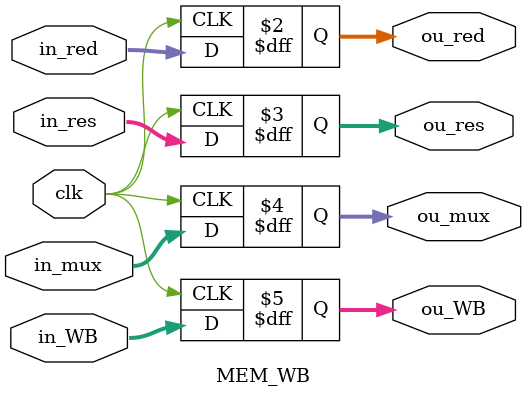
<source format=v>

`timescale 1ns/1ns

module MEM_WB(
    input clk,
    input [1:0]in_WB,
    input [31:0]in_red,
    input [31:0]in_res,
    input [4:0]in_mux,
    output reg[31:0]ou_red,
    output reg[31:0]ou_res,
    output reg[4:0]ou_mux,
    output reg [1:0]ou_WB
);

always @(posedge clk) begin
    ou_red = in_red;
    ou_res = in_res;
    ou_mux = in_mux;
    ou_WB = in_WB;
end

endmodule

</source>
